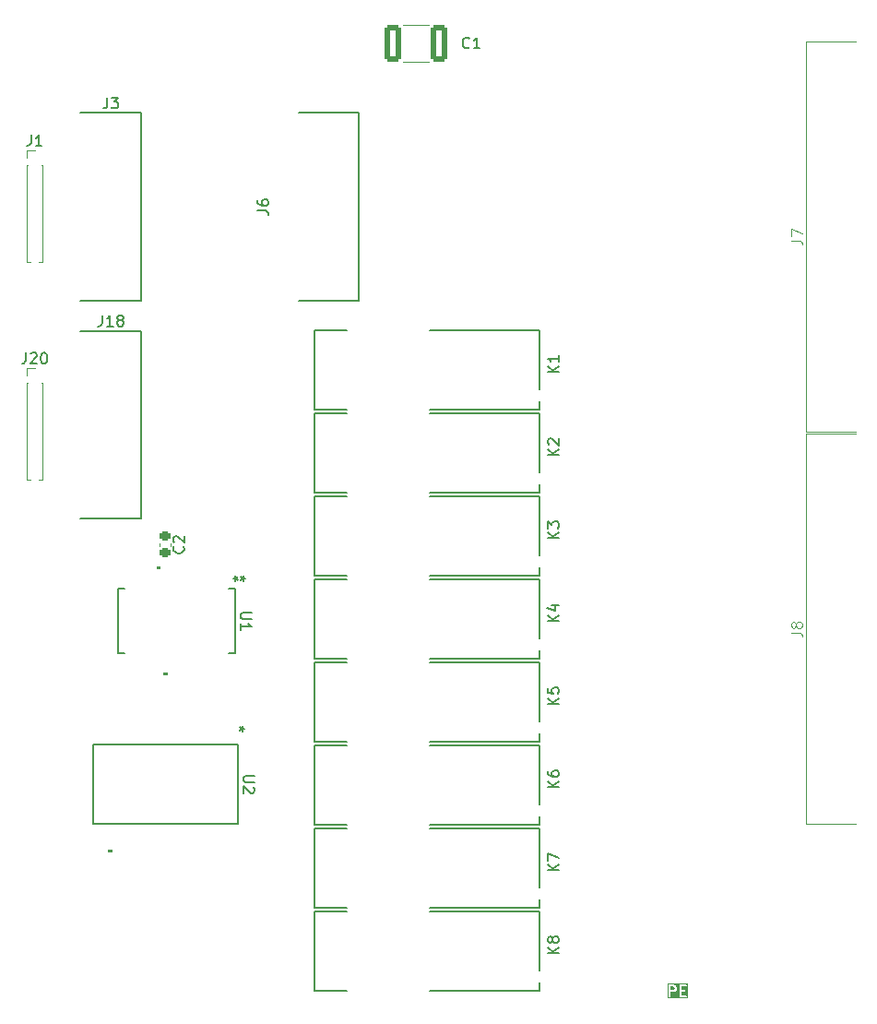
<source format=gbr>
%TF.GenerationSoftware,KiCad,Pcbnew,8.0.7-8.0.7-0~ubuntu24.04.1*%
%TF.CreationDate,2025-02-06T10:53:55+03:00*%
%TF.ProjectId,PM-RQ8,504d2d52-5138-42e6-9b69-6361645f7063,rev?*%
%TF.SameCoordinates,Original*%
%TF.FileFunction,Legend,Top*%
%TF.FilePolarity,Positive*%
%FSLAX46Y46*%
G04 Gerber Fmt 4.6, Leading zero omitted, Abs format (unit mm)*
G04 Created by KiCad (PCBNEW 8.0.7-8.0.7-0~ubuntu24.04.1) date 2025-02-06 10:53:55*
%MOMM*%
%LPD*%
G01*
G04 APERTURE LIST*
G04 Aperture macros list*
%AMRoundRect*
0 Rectangle with rounded corners*
0 $1 Rounding radius*
0 $2 $3 $4 $5 $6 $7 $8 $9 X,Y pos of 4 corners*
0 Add a 4 corners polygon primitive as box body*
4,1,4,$2,$3,$4,$5,$6,$7,$8,$9,$2,$3,0*
0 Add four circle primitives for the rounded corners*
1,1,$1+$1,$2,$3*
1,1,$1+$1,$4,$5*
1,1,$1+$1,$6,$7*
1,1,$1+$1,$8,$9*
0 Add four rect primitives between the rounded corners*
20,1,$1+$1,$2,$3,$4,$5,0*
20,1,$1+$1,$4,$5,$6,$7,0*
20,1,$1+$1,$6,$7,$8,$9,0*
20,1,$1+$1,$8,$9,$2,$3,0*%
G04 Aperture macros list end*
%ADD10C,0.200000*%
%ADD11C,0.150000*%
%ADD12C,0.100000*%
%ADD13C,0.120000*%
%ADD14C,0.152400*%
%ADD15C,0.000000*%
%ADD16R,0.850000X0.850000*%
%ADD17O,0.850000X0.850000*%
%ADD18R,1.803400X0.635000*%
%ADD19R,2.997200X2.590800*%
%ADD20C,1.812000*%
%ADD21R,0.450800X1.716000*%
%ADD22C,2.200000*%
%ADD23RoundRect,0.225000X0.250000X-0.225000X0.250000X0.225000X-0.250000X0.225000X-0.250000X-0.225000X0*%
%ADD24O,6.350000X6.350000*%
%ADD25R,0.431800X1.655601*%
%ADD26RoundRect,0.250000X0.537500X1.450000X-0.537500X1.450000X-0.537500X-1.450000X0.537500X-1.450000X0*%
G04 APERTURE END LIST*
D10*
G36*
X21702668Y-41582024D02*
G01*
X21727337Y-41606692D01*
X21757142Y-41666302D01*
X21757142Y-41761945D01*
X21727337Y-41821554D01*
X21702668Y-41846222D01*
X21643059Y-41876028D01*
X21385714Y-41876028D01*
X21385714Y-41552219D01*
X21643059Y-41552219D01*
X21702668Y-41582024D01*
G37*
G36*
X22971094Y-42663330D02*
G01*
X21074603Y-42663330D01*
X21074603Y-41452219D01*
X21185714Y-41452219D01*
X21185714Y-42452219D01*
X21187635Y-42471728D01*
X21202567Y-42507776D01*
X21230157Y-42535366D01*
X21266205Y-42550298D01*
X21305223Y-42550298D01*
X21341271Y-42535366D01*
X21368861Y-42507776D01*
X21383793Y-42471728D01*
X21385714Y-42452219D01*
X21385714Y-42076028D01*
X21666666Y-42076028D01*
X21686175Y-42074107D01*
X21689495Y-42072731D01*
X21693079Y-42072477D01*
X21711387Y-42065471D01*
X21806625Y-42017852D01*
X21815021Y-42012566D01*
X21817461Y-42011556D01*
X21820207Y-42009302D01*
X21823215Y-42007409D01*
X21824944Y-42005414D01*
X21832615Y-41999120D01*
X21880233Y-41951501D01*
X21886525Y-41943834D01*
X21888523Y-41942102D01*
X21890416Y-41939093D01*
X21892670Y-41936348D01*
X21893680Y-41933907D01*
X21898966Y-41925511D01*
X21946585Y-41830274D01*
X21953591Y-41811965D01*
X21953845Y-41808381D01*
X21955221Y-41805061D01*
X21957142Y-41785552D01*
X21957142Y-41642695D01*
X21955221Y-41623186D01*
X21953845Y-41619865D01*
X21953591Y-41616282D01*
X21946585Y-41597973D01*
X21898966Y-41502736D01*
X21893680Y-41494339D01*
X21892670Y-41491899D01*
X21890416Y-41489153D01*
X21888523Y-41486145D01*
X21886525Y-41484412D01*
X21880233Y-41476746D01*
X21855707Y-41452219D01*
X22185714Y-41452219D01*
X22185714Y-42452219D01*
X22187635Y-42471728D01*
X22202567Y-42507776D01*
X22230157Y-42535366D01*
X22266205Y-42550298D01*
X22285714Y-42552219D01*
X22761904Y-42552219D01*
X22781413Y-42550298D01*
X22817461Y-42535366D01*
X22845051Y-42507776D01*
X22859983Y-42471728D01*
X22859983Y-42432710D01*
X22845051Y-42396662D01*
X22817461Y-42369072D01*
X22781413Y-42354140D01*
X22761904Y-42352219D01*
X22385714Y-42352219D01*
X22385714Y-42028409D01*
X22619047Y-42028409D01*
X22638556Y-42026488D01*
X22674604Y-42011556D01*
X22702194Y-41983966D01*
X22717126Y-41947918D01*
X22717126Y-41908900D01*
X22702194Y-41872852D01*
X22674604Y-41845262D01*
X22638556Y-41830330D01*
X22619047Y-41828409D01*
X22385714Y-41828409D01*
X22385714Y-41552219D01*
X22761904Y-41552219D01*
X22781413Y-41550298D01*
X22817461Y-41535366D01*
X22845051Y-41507776D01*
X22859983Y-41471728D01*
X22859983Y-41432710D01*
X22845051Y-41396662D01*
X22817461Y-41369072D01*
X22781413Y-41354140D01*
X22761904Y-41352219D01*
X22285714Y-41352219D01*
X22266205Y-41354140D01*
X22230157Y-41369072D01*
X22202567Y-41396662D01*
X22187635Y-41432710D01*
X22185714Y-41452219D01*
X21855707Y-41452219D01*
X21832615Y-41429127D01*
X21824944Y-41422832D01*
X21823215Y-41420838D01*
X21820207Y-41418944D01*
X21817461Y-41416691D01*
X21815021Y-41415680D01*
X21806625Y-41410395D01*
X21711387Y-41362776D01*
X21693079Y-41355770D01*
X21689495Y-41355515D01*
X21686175Y-41354140D01*
X21666666Y-41352219D01*
X21285714Y-41352219D01*
X21266205Y-41354140D01*
X21230157Y-41369072D01*
X21202567Y-41396662D01*
X21187635Y-41432710D01*
X21185714Y-41452219D01*
X21074603Y-41452219D01*
X21074603Y-41241108D01*
X22971094Y-41241108D01*
X22971094Y-42663330D01*
G37*
D11*
X-37809524Y16605181D02*
X-37809524Y15890896D01*
X-37809524Y15890896D02*
X-37857143Y15748039D01*
X-37857143Y15748039D02*
X-37952381Y15652800D01*
X-37952381Y15652800D02*
X-38095238Y15605181D01*
X-38095238Y15605181D02*
X-38190476Y15605181D01*
X-37380952Y16509943D02*
X-37333333Y16557562D01*
X-37333333Y16557562D02*
X-37238095Y16605181D01*
X-37238095Y16605181D02*
X-37000000Y16605181D01*
X-37000000Y16605181D02*
X-36904762Y16557562D01*
X-36904762Y16557562D02*
X-36857143Y16509943D01*
X-36857143Y16509943D02*
X-36809524Y16414705D01*
X-36809524Y16414705D02*
X-36809524Y16319467D01*
X-36809524Y16319467D02*
X-36857143Y16176610D01*
X-36857143Y16176610D02*
X-37428571Y15605181D01*
X-37428571Y15605181D02*
X-36809524Y15605181D01*
X-36190476Y16605181D02*
X-36095238Y16605181D01*
X-36095238Y16605181D02*
X-36000000Y16557562D01*
X-36000000Y16557562D02*
X-35952381Y16509943D01*
X-35952381Y16509943D02*
X-35904762Y16414705D01*
X-35904762Y16414705D02*
X-35857143Y16224229D01*
X-35857143Y16224229D02*
X-35857143Y15986134D01*
X-35857143Y15986134D02*
X-35904762Y15795658D01*
X-35904762Y15795658D02*
X-35952381Y15700420D01*
X-35952381Y15700420D02*
X-36000000Y15652800D01*
X-36000000Y15652800D02*
X-36095238Y15605181D01*
X-36095238Y15605181D02*
X-36190476Y15605181D01*
X-36190476Y15605181D02*
X-36285714Y15652800D01*
X-36285714Y15652800D02*
X-36333333Y15700420D01*
X-36333333Y15700420D02*
X-36380952Y15795658D01*
X-36380952Y15795658D02*
X-36428571Y15986134D01*
X-36428571Y15986134D02*
X-36428571Y16224229D01*
X-36428571Y16224229D02*
X-36380952Y16414705D01*
X-36380952Y16414705D02*
X-36333333Y16509943D01*
X-36333333Y16509943D02*
X-36285714Y16557562D01*
X-36285714Y16557562D02*
X-36190476Y16605181D01*
X-30809524Y20045181D02*
X-30809524Y19330896D01*
X-30809524Y19330896D02*
X-30857143Y19188039D01*
X-30857143Y19188039D02*
X-30952381Y19092800D01*
X-30952381Y19092800D02*
X-31095238Y19045181D01*
X-31095238Y19045181D02*
X-31190476Y19045181D01*
X-29809524Y19045181D02*
X-30380952Y19045181D01*
X-30095238Y19045181D02*
X-30095238Y20045181D01*
X-30095238Y20045181D02*
X-30190476Y19902324D01*
X-30190476Y19902324D02*
X-30285714Y19807086D01*
X-30285714Y19807086D02*
X-30380952Y19759467D01*
X-29238095Y19616610D02*
X-29333333Y19664229D01*
X-29333333Y19664229D02*
X-29380952Y19711848D01*
X-29380952Y19711848D02*
X-29428571Y19807086D01*
X-29428571Y19807086D02*
X-29428571Y19854705D01*
X-29428571Y19854705D02*
X-29380952Y19949943D01*
X-29380952Y19949943D02*
X-29333333Y19997562D01*
X-29333333Y19997562D02*
X-29238095Y20045181D01*
X-29238095Y20045181D02*
X-29047619Y20045181D01*
X-29047619Y20045181D02*
X-28952381Y19997562D01*
X-28952381Y19997562D02*
X-28904762Y19949943D01*
X-28904762Y19949943D02*
X-28857143Y19854705D01*
X-28857143Y19854705D02*
X-28857143Y19807086D01*
X-28857143Y19807086D02*
X-28904762Y19711848D01*
X-28904762Y19711848D02*
X-28952381Y19664229D01*
X-28952381Y19664229D02*
X-29047619Y19616610D01*
X-29047619Y19616610D02*
X-29238095Y19616610D01*
X-29238095Y19616610D02*
X-29333333Y19568991D01*
X-29333333Y19568991D02*
X-29380952Y19521372D01*
X-29380952Y19521372D02*
X-29428571Y19426134D01*
X-29428571Y19426134D02*
X-29428571Y19235658D01*
X-29428571Y19235658D02*
X-29380952Y19140420D01*
X-29380952Y19140420D02*
X-29333333Y19092800D01*
X-29333333Y19092800D02*
X-29238095Y19045181D01*
X-29238095Y19045181D02*
X-29047619Y19045181D01*
X-29047619Y19045181D02*
X-28952381Y19092800D01*
X-28952381Y19092800D02*
X-28904762Y19140420D01*
X-28904762Y19140420D02*
X-28857143Y19235658D01*
X-28857143Y19235658D02*
X-28857143Y19426134D01*
X-28857143Y19426134D02*
X-28904762Y19521372D01*
X-28904762Y19521372D02*
X-28952381Y19568991D01*
X-28952381Y19568991D02*
X-29047619Y19616610D01*
X-16545181Y29666667D02*
X-15830896Y29666667D01*
X-15830896Y29666667D02*
X-15688039Y29619048D01*
X-15688039Y29619048D02*
X-15592800Y29523810D01*
X-15592800Y29523810D02*
X-15545181Y29380953D01*
X-15545181Y29380953D02*
X-15545181Y29285715D01*
X-16545181Y30571429D02*
X-16545181Y30380953D01*
X-16545181Y30380953D02*
X-16497562Y30285715D01*
X-16497562Y30285715D02*
X-16449943Y30238096D01*
X-16449943Y30238096D02*
X-16307086Y30142858D01*
X-16307086Y30142858D02*
X-16116610Y30095239D01*
X-16116610Y30095239D02*
X-15735658Y30095239D01*
X-15735658Y30095239D02*
X-15640420Y30142858D01*
X-15640420Y30142858D02*
X-15592800Y30190477D01*
X-15592800Y30190477D02*
X-15545181Y30285715D01*
X-15545181Y30285715D02*
X-15545181Y30476191D01*
X-15545181Y30476191D02*
X-15592800Y30571429D01*
X-15592800Y30571429D02*
X-15640420Y30619048D01*
X-15640420Y30619048D02*
X-15735658Y30666667D01*
X-15735658Y30666667D02*
X-15973753Y30666667D01*
X-15973753Y30666667D02*
X-16068991Y30619048D01*
X-16068991Y30619048D02*
X-16116610Y30571429D01*
X-16116610Y30571429D02*
X-16164229Y30476191D01*
X-16164229Y30476191D02*
X-16164229Y30285715D01*
X-16164229Y30285715D02*
X-16116610Y30190477D01*
X-16116610Y30190477D02*
X-16068991Y30142858D01*
X-16068991Y30142858D02*
X-15973753Y30095239D01*
X11104819Y-8028094D02*
X10104819Y-8028094D01*
X11104819Y-7456666D02*
X10533390Y-7885237D01*
X10104819Y-7456666D02*
X10676247Y-8028094D01*
X10438152Y-6599523D02*
X11104819Y-6599523D01*
X10057200Y-6837618D02*
X10771485Y-7075713D01*
X10771485Y-7075713D02*
X10771485Y-6456666D01*
X-16834820Y-22238095D02*
X-17644343Y-22238095D01*
X-17644343Y-22238095D02*
X-17739581Y-22285714D01*
X-17739581Y-22285714D02*
X-17787200Y-22333333D01*
X-17787200Y-22333333D02*
X-17834820Y-22428571D01*
X-17834820Y-22428571D02*
X-17834820Y-22619047D01*
X-17834820Y-22619047D02*
X-17787200Y-22714285D01*
X-17787200Y-22714285D02*
X-17739581Y-22761904D01*
X-17739581Y-22761904D02*
X-17644343Y-22809523D01*
X-17644343Y-22809523D02*
X-16834820Y-22809523D01*
X-16930058Y-23238095D02*
X-16882439Y-23285714D01*
X-16882439Y-23285714D02*
X-16834820Y-23380952D01*
X-16834820Y-23380952D02*
X-16834820Y-23619047D01*
X-16834820Y-23619047D02*
X-16882439Y-23714285D01*
X-16882439Y-23714285D02*
X-16930058Y-23761904D01*
X-16930058Y-23761904D02*
X-17025296Y-23809523D01*
X-17025296Y-23809523D02*
X-17120534Y-23809523D01*
X-17120534Y-23809523D02*
X-17263391Y-23761904D01*
X-17263391Y-23761904D02*
X-17834820Y-23190476D01*
X-17834820Y-23190476D02*
X-17834820Y-23809523D01*
X-17781020Y-17895201D02*
X-18019115Y-17895201D01*
X-17923877Y-17657106D02*
X-18019115Y-17895201D01*
X-18019115Y-17895201D02*
X-17923877Y-18133296D01*
X-18209591Y-17752344D02*
X-18019115Y-17895201D01*
X-18019115Y-17895201D02*
X-18209591Y-18038058D01*
X11104819Y-15648094D02*
X10104819Y-15648094D01*
X11104819Y-15076666D02*
X10533390Y-15505237D01*
X10104819Y-15076666D02*
X10676247Y-15648094D01*
X10104819Y-14171904D02*
X10104819Y-14648094D01*
X10104819Y-14648094D02*
X10581009Y-14695713D01*
X10581009Y-14695713D02*
X10533390Y-14648094D01*
X10533390Y-14648094D02*
X10485771Y-14552856D01*
X10485771Y-14552856D02*
X10485771Y-14314761D01*
X10485771Y-14314761D02*
X10533390Y-14219523D01*
X10533390Y-14219523D02*
X10581009Y-14171904D01*
X10581009Y-14171904D02*
X10676247Y-14124285D01*
X10676247Y-14124285D02*
X10914342Y-14124285D01*
X10914342Y-14124285D02*
X11009580Y-14171904D01*
X11009580Y-14171904D02*
X11057200Y-14219523D01*
X11057200Y-14219523D02*
X11104819Y-14314761D01*
X11104819Y-14314761D02*
X11104819Y-14552856D01*
X11104819Y-14552856D02*
X11057200Y-14648094D01*
X11057200Y-14648094D02*
X11009580Y-14695713D01*
X-37333334Y36605181D02*
X-37333334Y35890896D01*
X-37333334Y35890896D02*
X-37380953Y35748039D01*
X-37380953Y35748039D02*
X-37476191Y35652800D01*
X-37476191Y35652800D02*
X-37619048Y35605181D01*
X-37619048Y35605181D02*
X-37714286Y35605181D01*
X-36333334Y35605181D02*
X-36904762Y35605181D01*
X-36619048Y35605181D02*
X-36619048Y36605181D01*
X-36619048Y36605181D02*
X-36714286Y36462324D01*
X-36714286Y36462324D02*
X-36809524Y36367086D01*
X-36809524Y36367086D02*
X-36904762Y36319467D01*
X11104819Y-23268094D02*
X10104819Y-23268094D01*
X11104819Y-22696666D02*
X10533390Y-23125237D01*
X10104819Y-22696666D02*
X10676247Y-23268094D01*
X10104819Y-21839523D02*
X10104819Y-22029999D01*
X10104819Y-22029999D02*
X10152438Y-22125237D01*
X10152438Y-22125237D02*
X10200057Y-22172856D01*
X10200057Y-22172856D02*
X10342914Y-22268094D01*
X10342914Y-22268094D02*
X10533390Y-22315713D01*
X10533390Y-22315713D02*
X10914342Y-22315713D01*
X10914342Y-22315713D02*
X11009580Y-22268094D01*
X11009580Y-22268094D02*
X11057200Y-22220475D01*
X11057200Y-22220475D02*
X11104819Y-22125237D01*
X11104819Y-22125237D02*
X11104819Y-21934761D01*
X11104819Y-21934761D02*
X11057200Y-21839523D01*
X11057200Y-21839523D02*
X11009580Y-21791904D01*
X11009580Y-21791904D02*
X10914342Y-21744285D01*
X10914342Y-21744285D02*
X10676247Y-21744285D01*
X10676247Y-21744285D02*
X10581009Y-21791904D01*
X10581009Y-21791904D02*
X10533390Y-21839523D01*
X10533390Y-21839523D02*
X10485771Y-21934761D01*
X10485771Y-21934761D02*
X10485771Y-22125237D01*
X10485771Y-22125237D02*
X10533390Y-22220475D01*
X10533390Y-22220475D02*
X10581009Y-22268094D01*
X10581009Y-22268094D02*
X10676247Y-22315713D01*
X11104819Y-38508094D02*
X10104819Y-38508094D01*
X11104819Y-37936666D02*
X10533390Y-38365237D01*
X10104819Y-37936666D02*
X10676247Y-38508094D01*
X10533390Y-37365237D02*
X10485771Y-37460475D01*
X10485771Y-37460475D02*
X10438152Y-37508094D01*
X10438152Y-37508094D02*
X10342914Y-37555713D01*
X10342914Y-37555713D02*
X10295295Y-37555713D01*
X10295295Y-37555713D02*
X10200057Y-37508094D01*
X10200057Y-37508094D02*
X10152438Y-37460475D01*
X10152438Y-37460475D02*
X10104819Y-37365237D01*
X10104819Y-37365237D02*
X10104819Y-37174761D01*
X10104819Y-37174761D02*
X10152438Y-37079523D01*
X10152438Y-37079523D02*
X10200057Y-37031904D01*
X10200057Y-37031904D02*
X10295295Y-36984285D01*
X10295295Y-36984285D02*
X10342914Y-36984285D01*
X10342914Y-36984285D02*
X10438152Y-37031904D01*
X10438152Y-37031904D02*
X10485771Y-37079523D01*
X10485771Y-37079523D02*
X10533390Y-37174761D01*
X10533390Y-37174761D02*
X10533390Y-37365237D01*
X10533390Y-37365237D02*
X10581009Y-37460475D01*
X10581009Y-37460475D02*
X10628628Y-37508094D01*
X10628628Y-37508094D02*
X10723866Y-37555713D01*
X10723866Y-37555713D02*
X10914342Y-37555713D01*
X10914342Y-37555713D02*
X11009580Y-37508094D01*
X11009580Y-37508094D02*
X11057200Y-37460475D01*
X11057200Y-37460475D02*
X11104819Y-37365237D01*
X11104819Y-37365237D02*
X11104819Y-37174761D01*
X11104819Y-37174761D02*
X11057200Y-37079523D01*
X11057200Y-37079523D02*
X11009580Y-37031904D01*
X11009580Y-37031904D02*
X10914342Y-36984285D01*
X10914342Y-36984285D02*
X10723866Y-36984285D01*
X10723866Y-36984285D02*
X10628628Y-37031904D01*
X10628628Y-37031904D02*
X10581009Y-37079523D01*
X10581009Y-37079523D02*
X10533390Y-37174761D01*
X11104819Y14831906D02*
X10104819Y14831906D01*
X11104819Y15403334D02*
X10533390Y14974763D01*
X10104819Y15403334D02*
X10676247Y14831906D01*
X11104819Y16355715D02*
X11104819Y15784287D01*
X11104819Y16070001D02*
X10104819Y16070001D01*
X10104819Y16070001D02*
X10247676Y15974763D01*
X10247676Y15974763D02*
X10342914Y15879525D01*
X10342914Y15879525D02*
X10390533Y15784287D01*
D12*
X32457419Y-9083333D02*
X33171704Y-9083333D01*
X33171704Y-9083333D02*
X33314561Y-9130952D01*
X33314561Y-9130952D02*
X33409800Y-9226190D01*
X33409800Y-9226190D02*
X33457419Y-9369047D01*
X33457419Y-9369047D02*
X33457419Y-9464285D01*
X32885990Y-8464285D02*
X32838371Y-8559523D01*
X32838371Y-8559523D02*
X32790752Y-8607142D01*
X32790752Y-8607142D02*
X32695514Y-8654761D01*
X32695514Y-8654761D02*
X32647895Y-8654761D01*
X32647895Y-8654761D02*
X32552657Y-8607142D01*
X32552657Y-8607142D02*
X32505038Y-8559523D01*
X32505038Y-8559523D02*
X32457419Y-8464285D01*
X32457419Y-8464285D02*
X32457419Y-8273809D01*
X32457419Y-8273809D02*
X32505038Y-8178571D01*
X32505038Y-8178571D02*
X32552657Y-8130952D01*
X32552657Y-8130952D02*
X32647895Y-8083333D01*
X32647895Y-8083333D02*
X32695514Y-8083333D01*
X32695514Y-8083333D02*
X32790752Y-8130952D01*
X32790752Y-8130952D02*
X32838371Y-8178571D01*
X32838371Y-8178571D02*
X32885990Y-8273809D01*
X32885990Y-8273809D02*
X32885990Y-8464285D01*
X32885990Y-8464285D02*
X32933609Y-8559523D01*
X32933609Y-8559523D02*
X32981228Y-8607142D01*
X32981228Y-8607142D02*
X33076466Y-8654761D01*
X33076466Y-8654761D02*
X33266942Y-8654761D01*
X33266942Y-8654761D02*
X33362180Y-8607142D01*
X33362180Y-8607142D02*
X33409800Y-8559523D01*
X33409800Y-8559523D02*
X33457419Y-8464285D01*
X33457419Y-8464285D02*
X33457419Y-8273809D01*
X33457419Y-8273809D02*
X33409800Y-8178571D01*
X33409800Y-8178571D02*
X33362180Y-8130952D01*
X33362180Y-8130952D02*
X33266942Y-8083333D01*
X33266942Y-8083333D02*
X33076466Y-8083333D01*
X33076466Y-8083333D02*
X32981228Y-8130952D01*
X32981228Y-8130952D02*
X32933609Y-8178571D01*
X32933609Y-8178571D02*
X32885990Y-8273809D01*
D11*
X11104819Y-30888094D02*
X10104819Y-30888094D01*
X11104819Y-30316666D02*
X10533390Y-30745237D01*
X10104819Y-30316666D02*
X10676247Y-30888094D01*
X10104819Y-29983332D02*
X10104819Y-29316666D01*
X10104819Y-29316666D02*
X11104819Y-29745237D01*
X-23370420Y-1166666D02*
X-23322800Y-1214285D01*
X-23322800Y-1214285D02*
X-23275181Y-1357142D01*
X-23275181Y-1357142D02*
X-23275181Y-1452380D01*
X-23275181Y-1452380D02*
X-23322800Y-1595237D01*
X-23322800Y-1595237D02*
X-23418039Y-1690475D01*
X-23418039Y-1690475D02*
X-23513277Y-1738094D01*
X-23513277Y-1738094D02*
X-23703753Y-1785713D01*
X-23703753Y-1785713D02*
X-23846610Y-1785713D01*
X-23846610Y-1785713D02*
X-24037086Y-1738094D01*
X-24037086Y-1738094D02*
X-24132324Y-1690475D01*
X-24132324Y-1690475D02*
X-24227562Y-1595237D01*
X-24227562Y-1595237D02*
X-24275181Y-1452380D01*
X-24275181Y-1452380D02*
X-24275181Y-1357142D01*
X-24275181Y-1357142D02*
X-24227562Y-1214285D01*
X-24227562Y-1214285D02*
X-24179943Y-1166666D01*
X-24179943Y-785713D02*
X-24227562Y-738094D01*
X-24227562Y-738094D02*
X-24275181Y-642856D01*
X-24275181Y-642856D02*
X-24275181Y-404761D01*
X-24275181Y-404761D02*
X-24227562Y-309523D01*
X-24227562Y-309523D02*
X-24179943Y-261904D01*
X-24179943Y-261904D02*
X-24084705Y-214285D01*
X-24084705Y-214285D02*
X-23989467Y-214285D01*
X-23989467Y-214285D02*
X-23846610Y-261904D01*
X-23846610Y-261904D02*
X-23275181Y-833332D01*
X-23275181Y-833332D02*
X-23275181Y-214285D01*
X11104819Y-408094D02*
X10104819Y-408094D01*
X11104819Y163334D02*
X10533390Y-265237D01*
X10104819Y163334D02*
X10676247Y-408094D01*
X10104819Y496668D02*
X10104819Y1115715D01*
X10104819Y1115715D02*
X10485771Y782382D01*
X10485771Y782382D02*
X10485771Y925239D01*
X10485771Y925239D02*
X10533390Y1020477D01*
X10533390Y1020477D02*
X10581009Y1068096D01*
X10581009Y1068096D02*
X10676247Y1115715D01*
X10676247Y1115715D02*
X10914342Y1115715D01*
X10914342Y1115715D02*
X11009580Y1068096D01*
X11009580Y1068096D02*
X11057200Y1020477D01*
X11057200Y1020477D02*
X11104819Y925239D01*
X11104819Y925239D02*
X11104819Y639525D01*
X11104819Y639525D02*
X11057200Y544287D01*
X11057200Y544287D02*
X11009580Y496668D01*
X-17104820Y-7238095D02*
X-17914343Y-7238095D01*
X-17914343Y-7238095D02*
X-18009581Y-7285714D01*
X-18009581Y-7285714D02*
X-18057200Y-7333333D01*
X-18057200Y-7333333D02*
X-18104820Y-7428571D01*
X-18104820Y-7428571D02*
X-18104820Y-7619047D01*
X-18104820Y-7619047D02*
X-18057200Y-7714285D01*
X-18057200Y-7714285D02*
X-18009581Y-7761904D01*
X-18009581Y-7761904D02*
X-17914343Y-7809523D01*
X-17914343Y-7809523D02*
X-17104820Y-7809523D01*
X-18104820Y-8809523D02*
X-18104820Y-8238095D01*
X-18104820Y-8523809D02*
X-17104820Y-8523809D01*
X-17104820Y-8523809D02*
X-17247677Y-8428571D01*
X-17247677Y-8428571D02*
X-17342915Y-8333333D01*
X-17342915Y-8333333D02*
X-17390534Y-8238095D01*
X-17655020Y-4118199D02*
X-17893115Y-4118199D01*
X-17797877Y-3880104D02*
X-17893115Y-4118199D01*
X-17893115Y-4118199D02*
X-17797877Y-4356294D01*
X-18083591Y-3975342D02*
X-17893115Y-4118199D01*
X-17893115Y-4118199D02*
X-18083591Y-4261056D01*
X-18745381Y-4118198D02*
X-18507286Y-4118198D01*
X-18602524Y-4356293D02*
X-18507286Y-4118198D01*
X-18507286Y-4118198D02*
X-18602524Y-3880103D01*
X-18316810Y-4261055D02*
X-18507286Y-4118198D01*
X-18507286Y-4118198D02*
X-18316810Y-3975341D01*
X11104819Y7211906D02*
X10104819Y7211906D01*
X11104819Y7783334D02*
X10533390Y7354763D01*
X10104819Y7783334D02*
X10676247Y7211906D01*
X10200057Y8164287D02*
X10152438Y8211906D01*
X10152438Y8211906D02*
X10104819Y8307144D01*
X10104819Y8307144D02*
X10104819Y8545239D01*
X10104819Y8545239D02*
X10152438Y8640477D01*
X10152438Y8640477D02*
X10200057Y8688096D01*
X10200057Y8688096D02*
X10295295Y8735715D01*
X10295295Y8735715D02*
X10390533Y8735715D01*
X10390533Y8735715D02*
X10533390Y8688096D01*
X10533390Y8688096D02*
X11104819Y8116668D01*
X11104819Y8116668D02*
X11104819Y8735715D01*
X2913333Y44640420D02*
X2865714Y44592800D01*
X2865714Y44592800D02*
X2722857Y44545181D01*
X2722857Y44545181D02*
X2627619Y44545181D01*
X2627619Y44545181D02*
X2484762Y44592800D01*
X2484762Y44592800D02*
X2389524Y44688039D01*
X2389524Y44688039D02*
X2341905Y44783277D01*
X2341905Y44783277D02*
X2294286Y44973753D01*
X2294286Y44973753D02*
X2294286Y45116610D01*
X2294286Y45116610D02*
X2341905Y45307086D01*
X2341905Y45307086D02*
X2389524Y45402324D01*
X2389524Y45402324D02*
X2484762Y45497562D01*
X2484762Y45497562D02*
X2627619Y45545181D01*
X2627619Y45545181D02*
X2722857Y45545181D01*
X2722857Y45545181D02*
X2865714Y45497562D01*
X2865714Y45497562D02*
X2913333Y45449943D01*
X3865714Y44545181D02*
X3294286Y44545181D01*
X3580000Y44545181D02*
X3580000Y45545181D01*
X3580000Y45545181D02*
X3484762Y45402324D01*
X3484762Y45402324D02*
X3389524Y45307086D01*
X3389524Y45307086D02*
X3294286Y45259467D01*
D12*
X32457419Y26916667D02*
X33171704Y26916667D01*
X33171704Y26916667D02*
X33314561Y26869048D01*
X33314561Y26869048D02*
X33409800Y26773810D01*
X33409800Y26773810D02*
X33457419Y26630953D01*
X33457419Y26630953D02*
X33457419Y26535715D01*
X32457419Y27297620D02*
X32457419Y27964286D01*
X32457419Y27964286D02*
X33457419Y27535715D01*
D11*
X-30333334Y40045181D02*
X-30333334Y39330896D01*
X-30333334Y39330896D02*
X-30380953Y39188039D01*
X-30380953Y39188039D02*
X-30476191Y39092800D01*
X-30476191Y39092800D02*
X-30619048Y39045181D01*
X-30619048Y39045181D02*
X-30714286Y39045181D01*
X-29952381Y40045181D02*
X-29333334Y40045181D01*
X-29333334Y40045181D02*
X-29666667Y39664229D01*
X-29666667Y39664229D02*
X-29523810Y39664229D01*
X-29523810Y39664229D02*
X-29428572Y39616610D01*
X-29428572Y39616610D02*
X-29380953Y39568991D01*
X-29380953Y39568991D02*
X-29333334Y39473753D01*
X-29333334Y39473753D02*
X-29333334Y39235658D01*
X-29333334Y39235658D02*
X-29380953Y39140420D01*
X-29380953Y39140420D02*
X-29428572Y39092800D01*
X-29428572Y39092800D02*
X-29523810Y39045181D01*
X-29523810Y39045181D02*
X-29809524Y39045181D01*
X-29809524Y39045181D02*
X-29904762Y39092800D01*
X-29904762Y39092800D02*
X-29952381Y39140420D01*
D13*
%TO.C,J20*%
X-37695000Y15185000D02*
X-37000000Y15185000D01*
X-37695000Y14500000D02*
X-37695000Y15185000D01*
X-37695000Y13815000D02*
X-37695000Y4940000D01*
X-37695000Y13815000D02*
X-37608276Y13815000D01*
X-37695000Y4940000D02*
X-37394493Y4940000D01*
X-36605507Y4940000D02*
X-36305000Y4940000D01*
X-36391724Y13815000D02*
X-36305000Y13815000D01*
X-36305000Y13815000D02*
X-36305000Y4940000D01*
D14*
%TO.C,J18*%
X-32781300Y1376700D02*
X-27218700Y1376700D01*
X-27218700Y1376700D02*
X-27218700Y18623300D01*
X-27218700Y18623300D02*
X-32781300Y18623300D01*
%TO.C,J6*%
X-12781300Y21376700D02*
X-7218700Y21376700D01*
X-7218700Y38623300D02*
X-12781300Y38623300D01*
X-7218700Y21376700D02*
X-7218700Y38623300D01*
%TO.C,K4*%
X-11337000Y-4183000D02*
X-11337000Y-11437000D01*
X-11337000Y-4183000D02*
X-8370000Y-4183000D01*
X-11337000Y-11437000D02*
X-8370000Y-11437000D01*
X-750000Y-11437000D02*
X9317000Y-11437000D01*
X9317000Y-4183000D02*
X-750000Y-4183000D01*
X9317000Y-9586600D02*
X9317000Y-4183000D01*
X9317000Y-11437000D02*
X9317000Y-10733400D01*
%TO.C,U2*%
X-31626999Y-19372999D02*
X-31626999Y-26627001D01*
X-31626999Y-26627001D02*
X-18373001Y-26627001D01*
X-18373001Y-19372999D02*
X-31626999Y-19372999D01*
X-18373001Y-26627001D02*
X-18373001Y-19372999D01*
D15*
G36*
X-29889500Y-29216800D02*
G01*
X-30270500Y-29216800D01*
X-30270500Y-28962800D01*
X-29889500Y-28962800D01*
X-29889500Y-29216800D01*
G37*
D14*
%TO.C,K5*%
X-11337000Y-11803000D02*
X-11337000Y-19057000D01*
X-11337000Y-11803000D02*
X-8370000Y-11803000D01*
X-11337000Y-19057000D02*
X-8370000Y-19057000D01*
X-750000Y-19057000D02*
X9317000Y-19057000D01*
X9317000Y-11803000D02*
X-750000Y-11803000D01*
X9317000Y-17206600D02*
X9317000Y-11803000D01*
X9317000Y-19057000D02*
X9317000Y-18353400D01*
D13*
%TO.C,J1*%
X-37695000Y35185000D02*
X-37000000Y35185000D01*
X-37695000Y34500000D02*
X-37695000Y35185000D01*
X-37695000Y33815000D02*
X-37695000Y24940000D01*
X-37695000Y33815000D02*
X-37608276Y33815000D01*
X-37695000Y24940000D02*
X-37394493Y24940000D01*
X-36605507Y24940000D02*
X-36305000Y24940000D01*
X-36391724Y33815000D02*
X-36305000Y33815000D01*
X-36305000Y33815000D02*
X-36305000Y24940000D01*
D14*
%TO.C,K6*%
X-11337000Y-19423000D02*
X-11337000Y-26677000D01*
X-11337000Y-19423000D02*
X-8370000Y-19423000D01*
X-11337000Y-26677000D02*
X-8370000Y-26677000D01*
X-750000Y-26677000D02*
X9317000Y-26677000D01*
X9317000Y-19423000D02*
X-750000Y-19423000D01*
X9317000Y-24826600D02*
X9317000Y-19423000D01*
X9317000Y-26677000D02*
X9317000Y-25973400D01*
%TO.C,K8*%
X-11337000Y-34663000D02*
X-11337000Y-41917000D01*
X-11337000Y-34663000D02*
X-8370000Y-34663000D01*
X-11337000Y-41917000D02*
X-8370000Y-41917000D01*
X-750000Y-41917000D02*
X9317000Y-41917000D01*
X9317000Y-34663000D02*
X-750000Y-34663000D01*
X9317000Y-40066600D02*
X9317000Y-34663000D01*
X9317000Y-41917000D02*
X9317000Y-41213400D01*
%TO.C,K1*%
X-11337000Y18677000D02*
X-11337000Y11423000D01*
X-11337000Y18677000D02*
X-8370000Y18677000D01*
X-11337000Y11423000D02*
X-8370000Y11423000D01*
X-750000Y11423000D02*
X9317000Y11423000D01*
X9317000Y18677000D02*
X-750000Y18677000D01*
X9317000Y13273400D02*
X9317000Y18677000D01*
X9317000Y11423000D02*
X9317000Y12126600D01*
D12*
%TO.C,J8*%
X33800000Y9150000D02*
X38400000Y9150000D01*
X33800000Y-26650000D02*
X33800000Y9150000D01*
X38400000Y-26650000D02*
X33800000Y-26650000D01*
D14*
%TO.C,K7*%
X-11337000Y-27043000D02*
X-11337000Y-34297000D01*
X-11337000Y-27043000D02*
X-8370000Y-27043000D01*
X-11337000Y-34297000D02*
X-8370000Y-34297000D01*
X-750000Y-34297000D02*
X9317000Y-34297000D01*
X9317000Y-27043000D02*
X-750000Y-27043000D01*
X9317000Y-32446600D02*
X9317000Y-27043000D01*
X9317000Y-34297000D02*
X9317000Y-33593400D01*
D13*
%TO.C,C2*%
X-24490000Y-1140580D02*
X-24490000Y-859420D01*
X-25510000Y-1140580D02*
X-25510000Y-859420D01*
D14*
%TO.C,K3*%
X-11337000Y3437000D02*
X-11337000Y-3817000D01*
X-11337000Y3437000D02*
X-8370000Y3437000D01*
X-11337000Y-3817000D02*
X-8370000Y-3817000D01*
X-750000Y-3817000D02*
X9317000Y-3817000D01*
X9317000Y3437000D02*
X-750000Y3437000D01*
X9317000Y-1966600D02*
X9317000Y3437000D01*
X9317000Y-3817000D02*
X9317000Y-3113400D01*
%TO.C,U1*%
X-29377000Y-5073001D02*
X-29377000Y-10926999D01*
X-29377000Y-10926999D02*
X-28773640Y-10926999D01*
X-28773638Y-5073001D02*
X-29377000Y-5073001D01*
X-19226360Y-10926999D02*
X-18623000Y-10926999D01*
X-18623000Y-5073001D02*
X-19226360Y-5073001D01*
X-18623000Y-10926999D02*
X-18623000Y-5073001D01*
D15*
G36*
X-25434498Y-3290398D02*
G01*
X-25815498Y-3290398D01*
X-25815498Y-3036398D01*
X-25434498Y-3036398D01*
X-25434498Y-3290398D01*
G37*
G36*
X-24784499Y-12963602D02*
G01*
X-25165499Y-12963602D01*
X-25165499Y-12709602D01*
X-24784499Y-12709602D01*
X-24784499Y-12963602D01*
G37*
D14*
%TO.C,K2*%
X-11337000Y11057000D02*
X-11337000Y3803000D01*
X-11337000Y11057000D02*
X-8370000Y11057000D01*
X-11337000Y3803000D02*
X-8370000Y3803000D01*
X-750000Y3803000D02*
X9317000Y3803000D01*
X9317000Y11057000D02*
X-750000Y11057000D01*
X9317000Y5653400D02*
X9317000Y11057000D01*
X9317000Y3803000D02*
X9317000Y4506600D01*
D13*
%TO.C,C1*%
X-838748Y46710000D02*
X-3161252Y46710000D01*
X-838748Y43290000D02*
X-3161252Y43290000D01*
D12*
%TO.C,J7*%
X33800000Y45150000D02*
X38400000Y45150000D01*
X33800000Y9350000D02*
X33800000Y45150000D01*
X38400000Y9350000D02*
X33800000Y9350000D01*
D14*
%TO.C,J3*%
X-32781300Y21376700D02*
X-27218700Y21376700D01*
X-27218700Y38623300D02*
X-32781300Y38623300D01*
X-27218700Y21376700D02*
X-27218700Y38623300D01*
%TD*%
%LPC*%
D16*
%TO.C,J20*%
X-37000000Y14500000D03*
D17*
X-37000000Y13500000D03*
X-37000000Y12500000D03*
X-37000000Y11500000D03*
X-37000000Y10500000D03*
X-37000000Y9500000D03*
X-37000000Y8500000D03*
X-37000000Y7500000D03*
X-37000000Y6500000D03*
X-37000000Y5500000D03*
%TD*%
D18*
%TO.C,J18*%
X-33556000Y5500009D03*
X-33556000Y6500007D03*
X-33556000Y7500005D03*
X-33556000Y8500003D03*
X-33556000Y9500001D03*
X-33556000Y10499999D03*
X-33556000Y11499997D03*
X-33556000Y12499995D03*
X-33556000Y13499993D03*
X-33556000Y14499991D03*
D19*
X-31385999Y3149998D03*
X-31385999Y16850002D03*
%TD*%
D18*
%TO.C,J6*%
X-13556000Y25500009D03*
X-13556000Y26500007D03*
X-13556000Y27500005D03*
X-13556000Y28500003D03*
X-13556000Y29500001D03*
X-13556000Y30499999D03*
X-13556000Y31499997D03*
X-13556000Y32499995D03*
X-13556000Y33499993D03*
X-13556000Y34499991D03*
D19*
X-11385999Y23149998D03*
X-11385999Y36850002D03*
%TD*%
D20*
%TO.C,K4*%
X-10160000Y-10160000D03*
X1340000Y-10160000D03*
X8340000Y-10160000D03*
X-10160000Y-5460000D03*
%TD*%
D21*
%TO.C,U2*%
X-19920000Y-18149202D03*
X-21190000Y-18149202D03*
X-22460000Y-18149202D03*
X-23730000Y-18149202D03*
X-25000000Y-18149202D03*
X-26270000Y-18149202D03*
X-27540000Y-18149202D03*
X-28810000Y-18149202D03*
X-30080000Y-18149202D03*
X-30080000Y-27850798D03*
X-28810000Y-27850798D03*
X-27540000Y-27850798D03*
X-26270000Y-27850798D03*
X-25000000Y-27850798D03*
X-23730000Y-27850798D03*
X-22460000Y-27850798D03*
X-21190000Y-27850798D03*
X-19920000Y-27850798D03*
%TD*%
D20*
%TO.C,K5*%
X-10160000Y-17780000D03*
X1340000Y-17780000D03*
X8340000Y-17780000D03*
X-10160000Y-13080000D03*
%TD*%
D16*
%TO.C,J1*%
X-37000000Y34500000D03*
D17*
X-37000000Y33500000D03*
X-37000000Y32500000D03*
X-37000000Y31500000D03*
X-37000000Y30500000D03*
X-37000000Y29500000D03*
X-37000000Y28500000D03*
X-37000000Y27500000D03*
X-37000000Y26500000D03*
X-37000000Y25500000D03*
%TD*%
D20*
%TO.C,K6*%
X-10160000Y-25400000D03*
X1340000Y-25400000D03*
X8340000Y-25400000D03*
X-10160000Y-20700000D03*
%TD*%
%TO.C,K8*%
X-10160000Y-40640000D03*
X1340000Y-40640000D03*
X8340000Y-40640000D03*
X-10160000Y-35940000D03*
%TD*%
%TO.C,K1*%
X-10160000Y12700000D03*
X1340000Y12700000D03*
X8340000Y12700000D03*
X-10160000Y17400000D03*
%TD*%
D22*
%TO.C,J8*%
X35000000Y-24500000D03*
X35000000Y-21000000D03*
X35000000Y-17500000D03*
X35000000Y-14000000D03*
X35000000Y-10500000D03*
X35000000Y-7000000D03*
X35000000Y-3500000D03*
X35000000Y0D03*
X35000000Y3500000D03*
X35000000Y7000000D03*
%TD*%
D20*
%TO.C,K7*%
X-10160000Y-33020000D03*
X1340000Y-33020000D03*
X8340000Y-33020000D03*
X-10160000Y-28320000D03*
%TD*%
D23*
%TO.C,C2*%
X-25000000Y-1775000D03*
X-25000000Y-225000D03*
%TD*%
D24*
%TO.C,PE1*%
X22000000Y-46000000D03*
%TD*%
D20*
%TO.C,K3*%
X-10160000Y-2540000D03*
X1340000Y-2540000D03*
X8340000Y-2540000D03*
X-10160000Y2160000D03*
%TD*%
D25*
%TO.C,U1*%
X-19775000Y-4372199D03*
X-20425001Y-4372199D03*
X-21075000Y-4372199D03*
X-21725001Y-4372199D03*
X-22374999Y-4372199D03*
X-23025001Y-4372199D03*
X-23674999Y-4372199D03*
X-24324998Y-4372199D03*
X-24974999Y-4372199D03*
X-25624998Y-4372199D03*
X-26274999Y-4372199D03*
X-26924998Y-4372199D03*
X-27574999Y-4372199D03*
X-28224998Y-4372199D03*
X-28225000Y-11627801D03*
X-27574999Y-11627801D03*
X-26925000Y-11627801D03*
X-26274999Y-11627801D03*
X-25625001Y-11627801D03*
X-24974999Y-11627801D03*
X-24325001Y-11627801D03*
X-23674999Y-11627801D03*
X-23025001Y-11627801D03*
X-22374999Y-11627801D03*
X-21725001Y-11627801D03*
X-21075000Y-11627801D03*
X-20425001Y-11627801D03*
X-19775000Y-11627801D03*
%TD*%
D20*
%TO.C,K2*%
X-10160000Y5080000D03*
X1340000Y5080000D03*
X8340000Y5080000D03*
X-10160000Y9780000D03*
%TD*%
D26*
%TO.C,C1*%
X137500Y45000000D03*
X-4137500Y45000000D03*
%TD*%
D22*
%TO.C,J7*%
X35000000Y11500000D03*
X35000000Y15000000D03*
X35000000Y18500000D03*
X35000000Y22000000D03*
X35000000Y25500000D03*
X35000000Y29000000D03*
X35000000Y32500000D03*
X35000000Y36000000D03*
X35000000Y39500000D03*
X35000000Y43000000D03*
%TD*%
D18*
%TO.C,J3*%
X-33556000Y25500009D03*
X-33556000Y26500007D03*
X-33556000Y27500005D03*
X-33556000Y28500003D03*
X-33556000Y29500001D03*
X-33556000Y30499999D03*
X-33556000Y31499997D03*
X-33556000Y32499995D03*
X-33556000Y33499993D03*
X-33556000Y34499991D03*
D19*
X-31385999Y23149998D03*
X-31385999Y36850002D03*
%TD*%
%LPD*%
M02*

</source>
